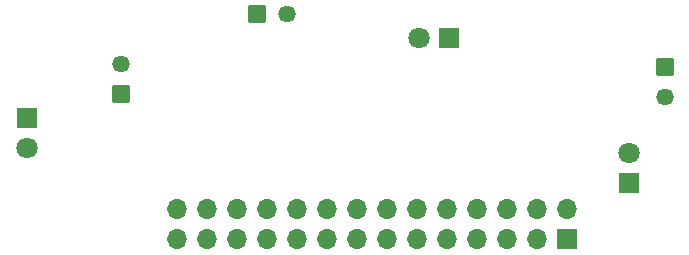
<source format=gbr>
%TF.GenerationSoftware,KiCad,Pcbnew,8.0.1*%
%TF.CreationDate,2024-03-24T23:20:45+02:00*%
%TF.ProjectId,_autosave-_autosave-Assignment 2,5f617574-6f73-4617-9665-2d5f6175746f,rev?*%
%TF.SameCoordinates,Original*%
%TF.FileFunction,Soldermask,Bot*%
%TF.FilePolarity,Negative*%
%FSLAX46Y46*%
G04 Gerber Fmt 4.6, Leading zero omitted, Abs format (unit mm)*
G04 Created by KiCad (PCBNEW 8.0.1) date 2024-03-24 23:20:45*
%MOMM*%
%LPD*%
G01*
G04 APERTURE LIST*
G04 Aperture macros list*
%AMRoundRect*
0 Rectangle with rounded corners*
0 $1 Rounding radius*
0 $2 $3 $4 $5 $6 $7 $8 $9 X,Y pos of 4 corners*
0 Add a 4 corners polygon primitive as box body*
4,1,4,$2,$3,$4,$5,$6,$7,$8,$9,$2,$3,0*
0 Add four circle primitives for the rounded corners*
1,1,$1+$1,$2,$3*
1,1,$1+$1,$4,$5*
1,1,$1+$1,$6,$7*
1,1,$1+$1,$8,$9*
0 Add four rect primitives between the rounded corners*
20,1,$1+$1,$2,$3,$4,$5,0*
20,1,$1+$1,$4,$5,$6,$7,0*
20,1,$1+$1,$6,$7,$8,$9,0*
20,1,$1+$1,$8,$9,$2,$3,0*%
G04 Aperture macros list end*
%ADD10C,1.462000*%
%ADD11RoundRect,0.102000X0.629000X-0.629000X0.629000X0.629000X-0.629000X0.629000X-0.629000X-0.629000X0*%
%ADD12R,1.800000X1.800000*%
%ADD13C,1.800000*%
%ADD14RoundRect,0.102000X-0.629000X-0.629000X0.629000X-0.629000X0.629000X0.629000X-0.629000X0.629000X0*%
%ADD15RoundRect,0.102000X-0.629000X0.629000X-0.629000X-0.629000X0.629000X-0.629000X0.629000X0.629000X0*%
%ADD16R,1.700000X1.700000*%
%ADD17O,1.700000X1.700000*%
G04 APERTURE END LIST*
D10*
%TO.C,D2*%
X123000000Y-112230000D03*
D11*
X123000000Y-114770000D03*
%TD*%
D12*
%TO.C,D1*%
X115025000Y-116725000D03*
D13*
X115025000Y-119265000D03*
%TD*%
D10*
%TO.C,D4*%
X137000000Y-108000000D03*
D14*
X134460000Y-108000000D03*
%TD*%
D10*
%TO.C,D3*%
X169000000Y-115000000D03*
D15*
X169000000Y-112460000D03*
%TD*%
D16*
%TO.C,J1*%
X160700000Y-127000000D03*
D17*
X160700000Y-124460000D03*
X158160000Y-127000000D03*
X158160000Y-124460000D03*
X155620000Y-127000000D03*
X155620000Y-124460000D03*
X153080000Y-127000000D03*
X153080000Y-124460000D03*
X150540000Y-127000000D03*
X150540000Y-124460000D03*
X148000000Y-127000000D03*
X148000000Y-124460000D03*
X145460000Y-127000000D03*
X145460000Y-124460000D03*
X142920000Y-127000000D03*
X142920000Y-124460000D03*
X140380000Y-127000000D03*
X140380000Y-124460000D03*
X137840000Y-127000000D03*
X137840000Y-124460000D03*
X135300000Y-127000000D03*
X135300000Y-124460000D03*
X132760000Y-127000000D03*
X132760000Y-124460000D03*
X130220000Y-127000000D03*
X130220000Y-124460000D03*
X127680000Y-127000000D03*
X127680000Y-124460000D03*
%TD*%
D12*
%TO.C,D6*%
X166000000Y-122275000D03*
D13*
X166000000Y-119735000D03*
%TD*%
D12*
%TO.C,D5*%
X150775000Y-110025000D03*
D13*
X148235000Y-110025000D03*
%TD*%
M02*

</source>
